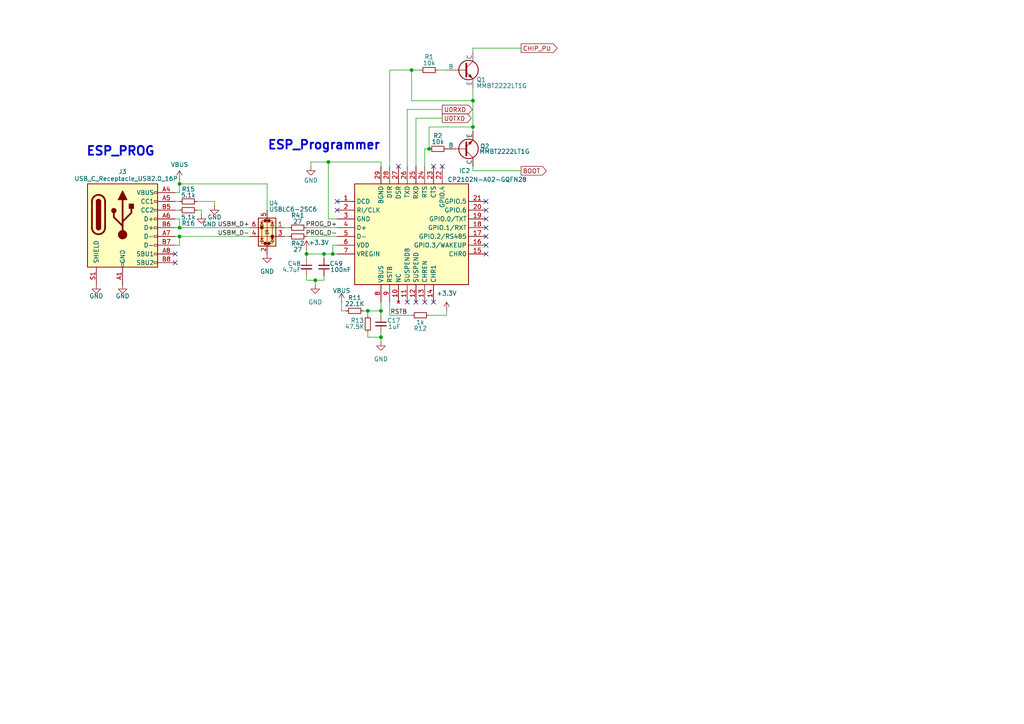
<source format=kicad_sch>
(kicad_sch (version 20250114) (generator "eeschema") (generator_version "9.0")
  (paper "A4")
  (lib_symbols
    (symbol "Device:C_Small" (pin_numbers (hide yes)) (pin_names (offset 0.254) (hide yes))
      (property "Reference" "C" (at 0.254 1.778 0))
      (property "Value" "C_Small" (at 0.254 -2.032 0))
      (symbol "C_Small_0_1"
        (polyline (pts (xy -1.524 0.508) (xy 1.524 0.508)) (stroke (width 0.3048)))
        (polyline (pts (xy -1.524 -0.508) (xy 1.524 -0.508)) (stroke (width 0.3302)))
      )
      (symbol "C_Small_1_1"
        (pin passive line (at 0 2.54 270) (length 2.032) (name "~") (number "1"))
        (pin passive line (at 0 -2.54 90) (length 2.032) (name "~") (number "2"))
      )
    )
    (symbol "Device:R_Small" (pin_numbers (hide yes)) (pin_names (offset 0.254) (hide yes))
      (property "Reference" "R" (at 0.762 0.508 0))
      (property "Value" "R_Small" (at 0.762 -1.016 0))
      (symbol "R_Small_0_1"
        (rectangle (start -0.762 1.778) (end 0.762 -1.778) (stroke (width 0.2032)))
      )
      (symbol "R_Small_1_1"
        (pin passive line (at 0 2.54 270) (length 0.762) (name "~") (number "1"))
        (pin passive line (at 0 -2.54 90) (length 0.762) (name "~") (number "2"))
      )
    )
    (symbol "Power_Protection:USBLC6-2SC6" (pin_names (hide yes))
      (property "Reference" "U5" (at 1.6511 7.62 0))
      (property "Value" "USBLC6-2SC6" (at 1.6511 5.08 0))
      (symbol "USBLC6-2SC6_0_0"
        (circle (center -1.524 0) (radius 0.0001) (stroke (width 0.508)))
        (circle (center -0.508 2.032) (radius 0.0001) (stroke (width 0.508)))
        (circle (center -0.508 -4.572) (radius 0.0001) (stroke (width 0.508)))
        (circle (center 0.508 2.032) (radius 0.0001) (stroke (width 0.508)))
        (circle (center 0.508 -4.572) (radius 0.0001) (stroke (width 0.508)))
        (circle (center 1.524 -2.54) (radius 0.0001) (stroke (width 0.508)))
      )
      (symbol "USBLC6-2SC6_0_1"
        (polyline (pts (xy -2.54 0) (xy 2.54 0)))
        (polyline (pts (xy -2.54 -2.54) (xy 2.54 -2.54)))
        (polyline (pts (xy -2.032 0.508) (xy -1.016 0.508) (xy -1.524 1.524) (xy -2.032 0.508)))
        (polyline (pts (xy -2.032 -3.048) (xy -1.016 -3.048)))
        (polyline (pts (xy -1.016 1.524) (xy -2.032 1.524)))
        (polyline (pts (xy -1.016 -4.064) (xy -2.032 -4.064) (xy -1.524 -3.048) (xy -1.016 -4.064)))
        (polyline (pts (xy -0.508 -1.143) (xy -0.508 -0.762) (xy 0.508 -0.762)))
        (polyline (pts (xy 0 2.54) (xy -0.508 2.032) (xy 0.508 2.032) (xy 0 1.524) (xy 0 -4.064) (xy -0.508 -4.572) (xy 0.508 -4.572) (xy 0 -5.08)))
        (polyline (pts (xy 0.508 -1.778) (xy -0.508 -1.778) (xy 0 -0.762) (xy 0.508 -1.778)))
        (polyline (pts (xy 1.016 1.524) (xy 2.032 1.524)))
        (polyline (pts (xy 1.016 -3.048) (xy 2.032 -3.048)))
        (polyline (pts (xy 2.032 0.508) (xy 1.016 0.508) (xy 1.524 1.524) (xy 2.032 0.508)))
        (polyline (pts (xy 2.032 -4.064) (xy 1.016 -4.064) (xy 1.524 -3.048) (xy 2.032 -4.064)))
      )
      (symbol "USBLC6-2SC6_1_1"
        (rectangle (start -2.54 2.794) (end 2.54 -5.334) (stroke (width 0.254)) (fill (type background)))
        (polyline (pts (xy -0.508 2.032) (xy -1.524 2.032) (xy -1.524 -4.572) (xy -0.508 -4.572)))
        (polyline (pts (xy 0.508 -4.572) (xy 1.524 -4.572) (xy 1.524 2.032) (xy 0.508 2.032)))
        (pin passive line (at -5.08 0 0) (length 2.54) (name "I/O1") (number "6"))
        (pin passive line (at -5.08 -2.54 0) (length 2.54) (name "I/O2") (number "4"))
        (pin passive line (at 0 5.08 270) (length 2.54) (name "VBUS") (number "5"))
        (pin passive line (at 0 -7.62 90) (length 2.54) (name "GND") (number "2"))
        (pin passive line (at 5.08 0 180) (length 2.54) (name "I/O1") (number "1"))
        (pin passive line (at 5.08 -2.54 180) (length 2.54) (name "I/O2") (number "3"))
      )
    )
    (symbol "SDM_TRANSISTOR:MMBT2222LT1G" (pin_numbers (hide yes)) (pin_names (offset 0))
      (property "Reference" "Q" (at -2.54 7.62 0))
      (property "Value" "MMBT2222LT1G" (at -2.54 5.08 0))
      (symbol "MMBT2222LT1G_0_1"
        (polyline (pts (xy -2.54 0) (xy 0.635 0)) (stroke (width 0.1524)))
        (polyline (pts (xy 0.635 1.905) (xy 0.635 -1.905) (xy 0.635 -1.905)) (stroke (width 0.508)))
        (polyline (pts (xy 0.635 0.635) (xy 2.54 2.54)))
        (polyline (pts (xy 0.635 -0.635) (xy 2.54 -2.54) (xy 2.54 -2.54)))
        (circle (center 1.27 0) (radius 2.8194) (stroke (width 0.254)))
        (polyline (pts (xy 1.27 -1.778) (xy 1.778 -1.27) (xy 2.286 -2.286) (xy 1.27 -1.778) (xy 1.27 -1.778)) (fill (type outline)))
        (polyline (pts (xy 2.794 -1.27) (xy 2.794 -1.27)) (stroke (width 0.1524)))
        (polyline (pts (xy 2.794 -1.27) (xy 2.794 -1.27)) (stroke (width 0.1524)))
      )
      (symbol "MMBT2222LT1G_1_1"
        (pin input line (at -5.08 0 0) (length 2.54) (name "B") (number "1"))
        (pin open_collector line (at 2.54 5.08 270) (length 2.54) (name "C") (number "3"))
        (pin open_emitter line (at 2.54 -5.08 90) (length 2.54) (name "E") (number "2"))
      )
    )
    (symbol "SDM_USB:USB_C_Receptacle_USB2.0_16P" (pin_names (offset 1.016))
      (property "Reference" "J" (at 0 22.225 0))
      (property "Value" "USB_C_Receptacle_USB2.0_16P" (at 10.16 1.905 0))
      (symbol "USB_C_Receptacle_USB2.0_16P_0_0"
        (rectangle (start 9.906 -22.86) (end 10.414 -24.13))
        (rectangle (start 20.32 -2.286) (end 19.304 -2.794))
        (rectangle (start 20.32 -4.826) (end 19.304 -5.334))
        (rectangle (start 20.32 -7.366) (end 19.304 -7.874))
        (rectangle (start 20.32 -9.906) (end 19.304 -10.414))
        (rectangle (start 20.32 -12.446) (end 19.304 -12.954))
        (rectangle (start 20.32 -14.986) (end 19.304 -15.494))
        (rectangle (start 20.32 -17.526) (end 19.304 -18.034))
        (rectangle (start 20.32 -20.066) (end 19.304 -20.574))
        (rectangle (start 20.32 -22.606) (end 19.304 -23.114))
      )
      (symbol "USB_C_Receptacle_USB2.0_16P_0_1"
        (rectangle (start 0 0) (end 20.32 -24.13) (stroke (width 0.254)) (fill (type background)))
        (polyline (pts (xy 1.27 -12.7) (xy 1.27 -5.08)) (stroke (width 0.508)))
        (rectangle (start 2.54 -12.7) (end 3.81 -5.08) (stroke (width 0.254)) (fill (type outline)))
        (arc (start 2.54 -5.08) (mid 3.175 -4.4477) (end 3.81 -5.08) (stroke (width 0.254)))
        (arc (start 2.54 -5.08) (mid 3.175 -4.4477) (end 3.81 -5.08) (stroke (width 0.254)) (fill (type outline)))
        (arc (start 1.27 -5.08) (mid 3.175 -3.1833) (end 5.08 -5.08) (stroke (width 0.508)))
        (arc (start 5.08 -12.7) (mid 3.175 -14.5967) (end 1.27 -12.7) (stroke (width 0.508)))
        (arc (start 3.81 -12.7) (mid 3.175 -13.3323) (end 2.54 -12.7) (stroke (width 0.254)))
        (arc (start 3.81 -12.7) (mid 3.175 -13.3323) (end 2.54 -12.7) (stroke (width 0.254)) (fill (type outline)))
        (polyline (pts (xy 5.08 -5.08) (xy 5.08 -12.7)) (stroke (width 0.508)))
        (circle (center 7.62 -7.747) (radius 0.635) (stroke (width 0.254)) (fill (type outline)))
        (polyline (pts (xy 8.89 -4.572) (xy 10.16 -2.032) (xy 11.43 -4.572) (xy 8.89 -4.572)) (stroke (width 0.254)) (fill (type outline)))
        (polyline (pts (xy 10.16 -10.922) (xy 12.7 -8.382) (xy 12.7 -7.112)) (stroke (width 0.508)))
        (polyline (pts (xy 10.16 -12.192) (xy 7.62 -9.652) (xy 7.62 -8.382)) (stroke (width 0.508)))
        (polyline (pts (xy 10.16 -14.732) (xy 10.16 -4.572)) (stroke (width 0.508)))
        (circle (center 10.16 -14.732) (radius 1.27) (fill (type outline)))
        (rectangle (start 12.065 -7.112) (end 13.335 -5.842) (stroke (width 0.254)) (fill (type outline)))
      )
      (symbol "USB_C_Receptacle_USB2.0_16P_1_1"
        (pin passive line (at -7.62 -27.94 90) (length 5.08) (hide yes) (name "GND") (number "B12"))
        (pin passive line (at -5.08 -27.94 90) (length 5.08) (hide yes) (name "GND") (number "A12"))
        (pin passive line (at -2.54 -27.94 90) (length 5.08) (hide yes) (name "GND") (number "B1"))
        (pin passive line (at 2.54 -29.21 90) (length 5.08) (name "SHIELD") (number "S1"))
        (pin passive line (at 10.16 -29.21 90) (length 5.08) (name "GND") (number "A1"))
        (pin passive line (at 25.4 -2.54 180) (length 5.08) (name "VBUS") (number "A4"))
        (pin passive line (at 25.4 -2.54 180) (length 5.08) (hide yes) (name "VBUS") (number "A9"))
        (pin passive line (at 25.4 -2.54 180) (length 5.08) (hide yes) (name "VBUS") (number "B4"))
        (pin passive line (at 25.4 -2.54 180) (length 5.08) (hide yes) (name "VBUS") (number "B9"))
        (pin bidirectional line (at 25.4 -5.08 180) (length 5.08) (name "CC1") (number "A5"))
        (pin bidirectional line (at 25.4 -7.62 180) (length 5.08) (name "CC2") (number "B5"))
        (pin bidirectional line (at 25.4 -10.16 180) (length 5.08) (name "D+") (number "A6"))
        (pin bidirectional line (at 25.4 -12.7 180) (length 5.08) (name "D+") (number "B6"))
        (pin bidirectional line (at 25.4 -15.24 180) (length 5.08) (name "D-") (number "A7"))
        (pin bidirectional line (at 25.4 -17.78 180) (length 5.08) (name "D-") (number "B7"))
        (pin bidirectional line (at 25.4 -20.32 180) (length 5.08) (name "SBU1") (number "A8"))
        (pin bidirectional line (at 25.4 -22.86 180) (length 5.08) (name "SBU2") (number "B8"))
      )
    )
    (symbol "SDM_USBUART:CP2102N-A02-GQFN28"
      (property "Reference" "IC" (at 39.37 17.78 0))
      (property "Value" "CP2102N-A02-GQFN28" (at 39.37 15.24 0))
      (symbol "CP2102N-A02-GQFN28_1_1"
        (rectangle (start 5.08 5.08) (end 38.1 -24.13) (stroke (width 0.254)) (fill (type background)))
        (pin input line (at 0 0 0) (length 5.08) (name "DCD") (number "1"))
        (pin bidirectional line (at 0 -2.54 0) (length 5.08) (name "RI/CLK") (number "2"))
        (pin power_in line (at 0 -5.08 0) (length 5.08) (name "GND") (number "3"))
        (pin bidirectional line (at 0 -7.62 0) (length 5.08) (name "D+") (number "4"))
        (pin bidirectional line (at 0 -10.16 0) (length 5.08) (name "D-") (number "5"))
        (pin power_in line (at 0 -12.7 0) (length 5.08) (name "VDD") (number "6"))
        (pin power_in line (at 0 -15.24 0) (length 5.08) (name "VREGIN") (number "7"))
        (pin power_in line (at 12.7 10.16 270) (length 5.08) (name "BGND") (number "29"))
        (pin input line (at 12.7 -29.21 90) (length 5.08) (name "VBUS") (number "8"))
        (pin output line (at 15.24 10.16 270) (length 5.08) (name "DTR") (number "28"))
        (pin input line (at 15.24 -29.21 90) (length 5.08) (name "RSTB") (number "9"))
        (pin input line (at 17.78 10.16 270) (length 5.08) (name "DSR") (number "27"))
        (pin no_connect line (at 17.78 -29.21 90) (length 5.08) (name "NC") (number "10"))
        (pin output line (at 20.32 10.16 270) (length 5.08) (name "TXD") (number "26"))
        (pin output line (at 20.32 -29.21 90) (length 5.08) (name "SUSPENDB") (number "11"))
        (pin input line (at 22.86 10.16 270) (length 5.08) (name "RXD") (number "25"))
        (pin output line (at 22.86 -29.21 90) (length 5.08) (name "SUSPEND") (number "12"))
        (pin output line (at 25.4 10.16 270) (length 5.08) (name "RTS") (number "24"))
        (pin output line (at 25.4 -29.21 90) (length 5.08) (name "CHREN") (number "13"))
        (pin input line (at 27.94 10.16 270) (length 5.08) (name "CTS") (number "23"))
        (pin output line (at 27.94 -29.21 90) (length 5.08) (name "CHR1") (number "14"))
        (pin bidirectional line (at 30.48 10.16 270) (length 5.08) (name "GPIO.4") (number "22"))
        (pin bidirectional line (at 43.18 0 180) (length 5.08) (name "GPIO.5") (number "21"))
        (pin bidirectional line (at 43.18 -2.54 180) (length 5.08) (name "GPIO.6") (number "20"))
        (pin bidirectional line (at 43.18 -5.08 180) (length 5.08) (name "GPIO.0/TXT") (number "19"))
        (pin bidirectional line (at 43.18 -7.62 180) (length 5.08) (name "GPIO.1/RXT") (number "18"))
        (pin bidirectional line (at 43.18 -10.16 180) (length 5.08) (name "GPIO.2/RS485") (number "17"))
        (pin bidirectional line (at 43.18 -12.7 180) (length 5.08) (name "GPIO.3/WAKEUP") (number "16"))
        (pin output line (at 43.18 -15.24 180) (length 5.08) (name "CHR0") (number "15"))
      )
    )
    (symbol "power:+3.3V" (power) (pin_numbers (hide yes)) (pin_names (offset 0) (hide yes))
      (property "Value" "+3.3V" (at 0 3.556 0))
      (symbol "+3.3V_0_1"
        (polyline (pts (xy -0.762 1.27) (xy 0 2.54)))
        (polyline (pts (xy 0 2.54) (xy 0.762 1.27)))
        (polyline (pts (xy 0 0) (xy 0 2.54)))
      )
      (symbol "+3.3V_1_1"
        (pin power_in line (at 0 0 90) (length 0) (name "~") (number "1"))
      )
    )
    (symbol "power:GND" (power) (pin_numbers (hide yes)) (pin_names (offset 0) (hide yes))
      (property "Value" "GND" (at 0 -3.81 0))
      (symbol "GND_0_1"
        (polyline (pts (xy 0 0) (xy 0 -1.27) (xy 1.27 -1.27) (xy 0 -2.54) (xy -1.27 -1.27) (xy 0 -1.27)))
      )
      (symbol "GND_1_1"
        (pin power_in line (at 0 0 270) (length 0) (name "~") (number "1"))
      )
    )
    (symbol "power:VBUS" (power) (pin_numbers (hide yes)) (pin_names (offset 0) (hide yes))
      (property "Value" "VBUS" (at 0 3.556 0))
      (symbol "VBUS_0_1"
        (polyline (pts (xy -0.762 1.27) (xy 0 2.54)))
        (polyline (pts (xy 0 2.54) (xy 0.762 1.27)))
        (polyline (pts (xy 0 0) (xy 0 2.54)))
      )
      (symbol "VBUS_1_1"
        (pin power_in line (at 0 0 90) (length 0) (name "~") (number "1"))
      )
    )
  )
  (text "ESP_PROG" (at 24.892 45.466 0) (effects (font (size 2.54 2.54) (thickness 0.512) (bold yes)) (justify left bottom)))
  (text "ESP_Programmer" (at 77.47 43.688 0) (effects (font (size 2.54 2.54) (thickness 0.512) (bold yes)) (justify left bottom)))
  (junction (at 137.16 36.83))
  (junction (at 52.07 66.04))
  (junction (at 52.07 68.58))
  (junction (at 96.52 73.66))
  (junction (at 91.44 81.28))
  (junction (at 95.25 46.99))
  (junction (at 119.38 20.32))
  (junction (at 52.07 53.34))
  (junction (at 106.68 90.17))
  (junction (at 124.46 43.18))
  (junction (at 88.9 73.66))
  (junction (at 137.16 29.21))
  (junction (at 110.49 90.17))
  (junction (at 110.49 97.79))
  (junction (at 93.98 73.66))
  (no_connect (at 140.97 60.96))
  (no_connect (at 118.11 87.63))
  (no_connect (at 115.57 48.26))
  (no_connect (at 140.97 68.58))
  (no_connect (at 140.97 71.12))
  (no_connect (at 125.73 48.26))
  (no_connect (at 140.97 63.5))
  (no_connect (at 140.97 58.42))
  (no_connect (at 123.19 87.63))
  (no_connect (at 97.79 60.96))
  (no_connect (at 140.97 66.04))
  (no_connect (at 125.73 87.63))
  (no_connect (at 97.79 58.42))
  (no_connect (at 50.8 76.2))
  (no_connect (at 120.65 87.63))
  (no_connect (at 50.8 73.66))
  (no_connect (at 140.97 73.66))
  (no_connect (at 128.27 48.26))
  (wire (pts (xy 124.46 91.44) (xy 129.54 91.44)))
  (wire (pts (xy 124.46 43.18) (xy 123.19 43.18)))
  (wire (pts (xy 106.68 90.17) (xy 110.49 90.17)))
  (wire (pts (xy 88.9 73.66) (xy 88.9 74.93)))
  (wire (pts (xy 93.98 73.66) (xy 96.52 73.66)))
  (wire (pts (xy 113.03 91.44) (xy 119.38 91.44)))
  (wire (pts (xy 50.8 66.04) (xy 52.07 66.04)))
  (wire (pts (xy 120.65 34.29) (xy 120.65 48.26)))
  (wire (pts (xy 50.8 71.12) (xy 52.07 71.12)))
  (wire (pts (xy 129.54 91.44) (xy 129.54 90.17)))
  (wire (pts (xy 137.16 13.97) (xy 137.16 15.24)))
  (wire (pts (xy 50.8 68.58) (xy 52.07 68.58)))
  (wire (pts (xy 123.19 43.18) (xy 123.19 48.26)))
  (wire (pts (xy 119.38 29.21) (xy 119.38 20.32)))
  (wire (pts (xy 110.49 97.79) (xy 110.49 99.06)))
  (wire (pts (xy 83.82 66.04) (xy 82.55 66.04)))
  (wire (pts (xy 58.42 62.23) (xy 58.42 60.96)))
  (wire (pts (xy 62.23 59.69) (xy 62.23 58.42)))
  (wire (pts (xy 137.16 49.53) (xy 137.16 48.26)))
  (wire (pts (xy 127 20.32) (xy 129.54 20.32)))
  (wire (pts (xy 105.41 90.17) (xy 106.68 90.17)))
  (wire (pts (xy 93.98 81.28) (xy 93.98 80.01)))
  (wire (pts (xy 137.16 13.97) (xy 151.13 13.97)))
  (wire (pts (xy 110.49 96.52) (xy 110.49 97.79)))
  (wire (pts (xy 88.9 73.66) (xy 88.9 72.39)))
  (wire (pts (xy 77.47 53.34) (xy 77.47 60.96)))
  (wire (pts (xy 137.16 49.53) (xy 151.13 49.53)))
  (wire (pts (xy 88.9 80.01) (xy 88.9 81.28)))
  (wire (pts (xy 93.98 73.66) (xy 93.98 74.93)))
  (wire (pts (xy 97.79 63.5) (xy 95.25 63.5)))
  (wire (pts (xy 110.49 46.99) (xy 110.49 48.26)))
  (wire (pts (xy 52.07 66.04) (xy 72.39 66.04)))
  (wire (pts (xy 50.8 58.42) (xy 52.07 58.42)))
  (wire (pts (xy 62.23 58.42) (xy 57.15 58.42)))
  (wire (pts (xy 118.11 31.75) (xy 118.11 48.26)))
  (wire (pts (xy 113.03 91.44) (xy 113.03 87.63)))
  (wire (pts (xy 58.42 60.96) (xy 57.15 60.96)))
  (wire (pts (xy 99.06 90.17) (xy 100.33 90.17)))
  (wire (pts (xy 124.46 36.83) (xy 124.46 43.18)))
  (wire (pts (xy 88.9 68.58) (xy 97.79 68.58)))
  (wire (pts (xy 88.9 81.28) (xy 91.44 81.28)))
  (wire (pts (xy 50.8 60.96) (xy 52.07 60.96)))
  (wire (pts (xy 52.07 53.34) (xy 77.47 53.34)))
  (wire (pts (xy 88.9 73.66) (xy 93.98 73.66)))
  (wire (pts (xy 52.07 71.12) (xy 52.07 68.58)))
  (wire (pts (xy 128.27 31.75) (xy 118.11 31.75)))
  (wire (pts (xy 52.07 52.07) (xy 52.07 53.34)))
  (wire (pts (xy 113.03 20.32) (xy 113.03 48.26)))
  (wire (pts (xy 52.07 63.5) (xy 52.07 66.04)))
  (wire (pts (xy 91.44 81.28) (xy 93.98 81.28)))
  (wire (pts (xy 90.17 46.99) (xy 95.25 46.99)))
  (wire (pts (xy 106.68 96.52) (xy 106.68 97.79)))
  (wire (pts (xy 137.16 36.83) (xy 137.16 38.1)))
  (wire (pts (xy 96.52 73.66) (xy 97.79 73.66)))
  (wire (pts (xy 106.68 91.44) (xy 106.68 90.17)))
  (wire (pts (xy 106.68 97.79) (xy 110.49 97.79)))
  (wire (pts (xy 50.8 55.88) (xy 52.07 55.88)))
  (wire (pts (xy 137.16 29.21) (xy 137.16 36.83)))
  (wire (pts (xy 83.82 68.58) (xy 82.55 68.58)))
  (wire (pts (xy 110.49 90.17) (xy 110.49 91.44)))
  (wire (pts (xy 95.25 46.99) (xy 95.25 63.5)))
  (wire (pts (xy 137.16 29.21) (xy 119.38 29.21)))
  (wire (pts (xy 90.17 46.99) (xy 90.17 48.26)))
  (wire (pts (xy 50.8 63.5) (xy 52.07 63.5)))
  (wire (pts (xy 96.52 71.12) (xy 97.79 71.12)))
  (wire (pts (xy 120.65 34.29) (xy 128.27 34.29)))
  (wire (pts (xy 99.06 87.63) (xy 99.06 90.17)))
  (wire (pts (xy 96.52 71.12) (xy 96.52 73.66)))
  (wire (pts (xy 119.38 20.32) (xy 121.92 20.32)))
  (wire (pts (xy 137.16 36.83) (xy 124.46 36.83)))
  (wire (pts (xy 91.44 81.28) (xy 91.44 82.55)))
  (wire (pts (xy 52.07 68.58) (xy 72.39 68.58)))
  (wire (pts (xy 113.03 20.32) (xy 119.38 20.32)))
  (wire (pts (xy 88.9 66.04) (xy 97.79 66.04)))
  (wire (pts (xy 52.07 55.88) (xy 52.07 53.34)))
  (wire (pts (xy 137.16 29.21) (xy 137.16 25.4)))
  (wire (pts (xy 110.49 90.17) (xy 110.49 87.63)))
  (wire (pts (xy 110.49 46.99) (xy 95.25 46.99)))
  (label "PROG_D-" (at 97.79 68.58 180))
  (label "USBM_D-" (at 72.39 68.58 180))
  (label "RSTB" (at 118.11 91.44 180))
  (label "USBM_D+" (at 72.39 66.04 180))
  (label "PROG_D+" (at 97.79 66.04 180))
  (global_label "BOOT" (shape output) (at 151.13 49.53 0) (property "Intersheetrefs" "${INTERSHEET_REFS}" (effects (hide yes))))
  (global_label "U0RXD" (shape output) (at 128.27 31.75 0) (property "Intersheetrefs" "${INTERSHEET_REFS}" (effects (hide yes))))
  (global_label "U0TXD" (shape output) (at 128.27 34.29 0) (property "Intersheetrefs" "${INTERSHEET_REFS}" (effects (hide yes))))
  (global_label "CHIP_PU" (shape output) (at 151.13 13.97 0) (property "Intersheetrefs" "${INTERSHEET_REFS}" (effects (hide yes))))
  (symbol (lib_id "Device:R_Small") (at 54.61 60.96 270) (unit 1)
    (property "Reference" "R16" (at 54.61 64.77 90))
    (property "Value" "5.1k" (at 54.61 62.992 90))
    (property "Footprint" "Resistor_SMD:R_0603_1608Metric" (effects (hide yes)))
    (property "Description" "Resistor, small symbol" (effects (hide yes)))
  )
  (symbol (lib_id "power:GND") (at 27.94 82.55 0) (unit 1)
    (property "Reference" "#PWR083" (effects (hide yes)))
    (property "Value" "GND" (at 27.94 85.852 0))
    (property "Description" "Power symbol creates a global label with name \"GND\" , ground" (effects (hide yes)))
  )
  (symbol (lib_id "SDM_USBUART:CP2102N-A02-GQFN28") (at 97.79 58.42 0) (unit 1)
    (property "Reference" "IC2" (at 133.096 49.53 0) (effects (justify left)))
    (property "Value" "CP2102N-A02-GQFN28" (at 129.794 52.07 0) (effects (justify left)))
    (property "Footprint" "SDM_MiscFootprint:QFN50P500X500X80-29N-D" (effects (hide yes)))
    (property "Datasheet" "https://componentsearchengine.com/Datasheets/2/CP2102N-A02-GQFN28.pdf" (effects (hide yes)))
    (property "Description" "SILICON LABS - CP2102N-A02-GQFN28 - USB TO UART BRIDGE, -40 TO 85DEG C" (effects (hide yes)))
    (property "Height" "0.8" (effects (hide yes)))
    (property "Mouser Part Number" "634-CP2102NA02GQFN28" (effects (hide yes)))
    (property "Mouser Price/Stock" "https://www.mouser.co.uk/ProductDetail/Silicon-Labs/CP2102N-A02-GQFN28?qs=u16ybLDytRaSBkSkyjYFiA%3D%3D" (effects (hide yes)))
    (property "Manufacturer_Name" "Silicon Labs" (effects (hide yes)))
    (property "Manufacturer_Part_Number" "CP2102N-A02-GQFN28" (effects (hide yes)))
  )
  (symbol (lib_id "power:GND") (at 110.49 99.06 0) (unit 1)
    (property "Reference" "#PWR027" (effects (hide yes)))
    (property "Value" "GND" (at 110.49 104.14 0))
    (property "Description" "Power symbol creates a global label with name \"GND\" , ground" (effects (hide yes)))
  )
  (symbol (lib_id "power:GND") (at 90.17 48.26 0) (unit 1)
    (property "Reference" "#PWR013" (effects (hide yes)))
    (property "Value" "GND" (at 90.17 52.324 0))
    (property "Description" "Power symbol creates a global label with name \"GND\" , ground" (effects (hide yes)))
  )
  (symbol (lib_id "Power_Protection:USBLC6-2SC6") (at 77.47 66.04 0) (unit 1)
    (property "Reference" "U4" (at 77.978 58.928 0) (effects (justify left)))
    (property "Value" "USBLC6-2SC6" (at 77.978 60.706 0) (effects (justify left)))
    (property "Footprint" "Package_TO_SOT_SMD:SOT-23-6" (effects (hide yes)))
    (property "Datasheet" "https://www.st.com/resource/en/datasheet/usblc6-2.pdf" (effects (hide yes)))
    (property "Description" "Very low capacitance ESD protection diode, 2 data-line, SOT-23-6" (effects (hide yes)))
  )
  (symbol (lib_id "SDM_TRANSISTOR:MMBT2222LT1G") (at 134.62 43.18 0) (mirror x) (unit 1)
    (property "Reference" "Q2" (at 141.986 42.418 0) (effects (justify right)))
    (property "Value" "MMBT2222LT1G" (at 153.67 43.942 0) (effects (justify right)))
    (property "Footprint" "SDM_MiscFootprint:SOT96P237X111-3N" (effects (hide yes)))
    (property "Datasheet" "https://ngspice.sourceforge.io/docs/ngspice-html-manual/manual.xhtml#cha_BJTs" (effects (hide yes)))
    (property "Description" "Bipolar transistor symbol for simulation only, substrate tied to the emitter" (effects (hide yes)))
    (property "Sim.Device" "NPN" (effects (hide yes)))
    (property "Sim.Type" "GUMMELPOON" (effects (hide yes)))
    (property "Sim.Pins" "1=C 2=B 3=E" (effects (hide yes)))
  )
  (symbol (lib_id "Device:R_Small") (at 121.92 91.44 90) (unit 1)
    (property "Reference" "R12" (at 121.92 95.25 90))
    (property "Value" "1k" (at 121.92 93.472 90))
    (property "Footprint" "Resistor_SMD:R_0603_1608Metric" (effects (hide yes)))
  )
  (symbol (lib_id "power:+3.3V") (at 129.54 90.17 0) (unit 1)
    (property "Reference" "#PWR022" (effects (hide yes)))
    (property "Value" "+3.3V" (at 129.54 85.09 0))
    (property "Description" "Power symbol creates a global label with name \"+3.3V\"" (effects (hide yes)))
  )
  (symbol (lib_id "Device:R_Small") (at 86.36 66.04 90) (unit 1)
    (property "Reference" "R41" (at 86.36 62.484 90))
    (property "Value" "27" (at 86.36 64.262 90))
    (property "Footprint" "Resistor_SMD:R_0603_1608Metric" (effects (hide yes)))
  )
  (symbol (lib_id "power:GND") (at 58.42 62.23 0) (unit 1)
    (property "Reference" "#PWR067" (effects (hide yes)))
    (property "Value" "GND" (at 60.706 65.024 0))
    (property "Description" "Power symbol creates a global label with name \"GND\" , ground" (effects (hide yes)))
  )
  (symbol (lib_id "power:GND") (at 91.44 82.55 0) (unit 1)
    (property "Reference" "#PWR092" (effects (hide yes)))
    (property "Value" "GND" (at 91.44 87.63 0))
    (property "Description" "Power symbol creates a global label with name \"GND\" , ground" (effects (hide yes)))
  )
  (symbol (lib_id "power:VBUS") (at 99.06 87.63 0) (unit 1)
    (property "Reference" "#PWR081" (effects (hide yes)))
    (property "Value" "VBUS" (at 99.06 84.328 0))
    (property "Description" "Power symbol creates a global label with name \"VBUS\"" (effects (hide yes)))
  )
  (symbol (lib_id "power:+3.3V") (at 88.9 72.39 0) (unit 1)
    (property "Reference" "#PWR019" (effects (hide yes)))
    (property "Value" "+3.3V" (at 92.456 70.358 0))
    (property "Description" "Power symbol creates a global label with name \"+3.3V\"" (effects (hide yes)))
  )
  (symbol (lib_id "Device:R_Small") (at 54.61 58.42 90) (unit 1)
    (property "Reference" "R15" (at 54.61 54.864 90))
    (property "Value" "5.1k" (at 54.61 56.642 90))
    (property "Footprint" "Resistor_SMD:R_0603_1608Metric" (effects (hide yes)))
    (property "Description" "Resistor, small symbol" (effects (hide yes)))
  )
  (symbol (lib_id "power:GND") (at 77.47 73.66 0) (unit 1)
    (property "Reference" "#PWR020" (effects (hide yes)))
    (property "Value" "GND" (at 77.47 78.74 0))
    (property "Description" "Power symbol creates a global label with name \"GND\" , ground" (effects (hide yes)))
  )
  (symbol (lib_id "SDM_USB:USB_C_Receptacle_USB2.0_16P") (at 25.4 53.34 0) (unit 1)
    (property "Reference" "J3" (at 35.56 49.784 0))
    (property "Value" "USB_C_Receptacle_USB2.0_16P" (at 36.576 51.816 0))
    (property "Footprint" "SDM_MiscFootprint:USB_C_Receptacle_G-Switch_GT-USB-7010ASV" (effects (hide yes)))
    (property "Datasheet" "https://www.usb.org/sites/default/files/documents/usb_type-c.zip" (effects (hide yes)))
    (property "Description" "USB 2.0-only 16P Type-C Receptacle connector" (effects (hide yes)))
  )
  (symbol (lib_id "power:VBUS") (at 52.07 52.07 0) (unit 1)
    (property "Reference" "#PWR016" (effects (hide yes)))
    (property "Value" "VBUS" (at 52.07 47.752 0))
    (property "Description" "Power symbol creates a global label with name \"VBUS\"" (effects (hide yes)))
  )
  (symbol (lib_id "Device:R_Small") (at 102.87 90.17 270) (unit 1)
    (property "Reference" "R11" (at 102.87 86.36 90))
    (property "Value" "22.1K" (at 102.87 88.138 90))
    (property "Footprint" "Resistor_SMD:R_0603_1608Metric" (effects (hide yes)))
  )
  (symbol (lib_id "Device:R_Small") (at 106.68 93.98 0) (unit 1)
    (property "Reference" "R13" (at 103.632 92.964 0))
    (property "Value" "47.5K" (at 102.87 94.742 0))
    (property "Footprint" "Resistor_SMD:R_0603_1608Metric" (effects (hide yes)))
  )
  (symbol (lib_id "Device:R_Small") (at 86.36 68.58 270) (unit 1)
    (property "Reference" "R42" (at 86.36 70.612 90))
    (property "Value" "27" (at 86.36 72.39 90))
    (property "Footprint" "Resistor_SMD:R_0603_1608Metric" (effects (hide yes)))
  )
  (symbol (lib_id "power:GND") (at 35.56 82.55 0) (unit 1)
    (property "Reference" "#PWR082" (effects (hide yes)))
    (property "Value" "GND" (at 35.56 85.852 0))
    (property "Description" "Power symbol creates a global label with name \"GND\" , ground" (effects (hide yes)))
  )
  (symbol (lib_id "power:GND") (at 62.23 59.69 0) (unit 1)
    (property "Reference" "#PWR057" (effects (hide yes)))
    (property "Value" "GND" (at 62.23 62.992 0))
    (property "Description" "Power symbol creates a global label with name \"GND\" , ground" (effects (hide yes)))
  )
  (symbol (lib_id "Device:C_Small") (at 88.9 77.47 0) (unit 1)
    (property "Reference" "C48" (at 85.344 76.454 0))
    (property "Value" "4.7uF" (at 84.582 78.232 0))
    (property "Footprint" "Capacitor_SMD:C_0603_1608Metric" (effects (hide yes)))
  )
  (symbol (lib_id "SDM_TRANSISTOR:MMBT2222LT1G") (at 134.62 20.32 0) (unit 1)
    (property "Reference" "Q1" (at 138.176 23.114 0) (effects (justify left)))
    (property "Value" "MMBT2222LT1G" (at 138.176 24.892 0) (effects (justify left)))
    (property "Footprint" "SDM_MiscFootprint:SOT96P237X111-3N" (effects (hide yes)))
    (property "Datasheet" "https://ngspice.sourceforge.io/docs/ngspice-html-manual/manual.xhtml#cha_BJTs" (effects (hide yes)))
    (property "Description" "Bipolar transistor symbol for simulation only, substrate tied to the emitter" (effects (hide yes)))
    (property "Sim.Device" "NPN" (effects (hide yes)))
    (property "Sim.Type" "GUMMELPOON" (effects (hide yes)))
    (property "Sim.Pins" "1=C 2=B 3=E" (effects (hide yes)))
  )
  (symbol (lib_id "Device:R_Small") (at 127 43.18 270) (unit 1)
    (property "Reference" "R2" (at 127 39.37 90))
    (property "Value" "10k" (at 127 41.148 90))
    (property "Footprint" "Resistor_SMD:R_0603_1608Metric" (effects (hide yes)))
  )
  (symbol (lib_id "Device:R_Small") (at 124.46 20.32 270) (unit 1)
    (property "Reference" "R1" (at 124.46 16.51 90))
    (property "Value" "10k" (at 124.46 18.288 90))
    (property "Footprint" "Resistor_SMD:R_0603_1608Metric" (effects (hide yes)))
  )
  (symbol (lib_id "Device:C_Small") (at 93.98 77.47 180) (unit 1)
    (property "Reference" "C49" (at 97.536 76.454 0))
    (property "Value" "100nF" (at 98.806 78.232 0))
    (property "Footprint" "Capacitor_SMD:C_0603_1608Metric" (effects (hide yes)))
  )
  (symbol (lib_id "Device:C_Small") (at 110.49 93.98 0) (unit 1)
    (property "Reference" "C17" (at 112.268 92.964 0) (effects (justify left)))
    (property "Value" "1uF" (at 112.522 94.742 0) (effects (justify left)))
    (property "Footprint" "Capacitor_SMD:C_0603_1608Metric" (effects (hide yes)))
  )
)
</source>
